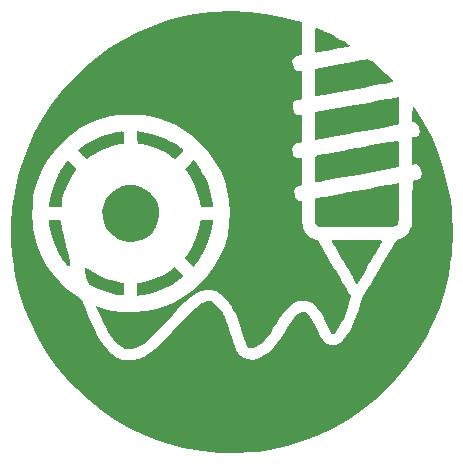
<source format=gbr>
%TF.GenerationSoftware,KiCad,Pcbnew,8.0.0*%
%TF.CreationDate,2025-03-28T23:26:52+01:00*%
%TF.ProjectId,pcb_art_hef,7063625f-6172-4745-9f68-65662e6b6963,rev?*%
%TF.SameCoordinates,Original*%
%TF.FileFunction,Soldermask,Bot*%
%TF.FilePolarity,Negative*%
%FSLAX46Y46*%
G04 Gerber Fmt 4.6, Leading zero omitted, Abs format (unit mm)*
G04 Created by KiCad (PCBNEW 8.0.0) date 2025-03-28 23:26:52*
%MOMM*%
%LPD*%
G01*
G04 APERTURE LIST*
%ADD10C,0.000000*%
G04 APERTURE END LIST*
D10*
%TO.C,G\u002A\u002A\u002A*%
G36*
X121635760Y-142918522D02*
G01*
X122013296Y-143297649D01*
X121669504Y-143551155D01*
X120957711Y-144011895D01*
X120189733Y-144390452D01*
X119386399Y-144678406D01*
X118568537Y-144867340D01*
X118323642Y-144903429D01*
X118033119Y-144940497D01*
X118033119Y-144412104D01*
X118033119Y-143883710D01*
X118240636Y-143849574D01*
X118958739Y-143693462D01*
X119643413Y-143470266D01*
X120272546Y-143188702D01*
X120824029Y-142857486D01*
X120905432Y-142799106D01*
X121258224Y-142539395D01*
X121635760Y-142918522D01*
G37*
G36*
X124425609Y-138801462D02*
G01*
X124269869Y-139612726D01*
X124015185Y-140414836D01*
X123670890Y-141185780D01*
X123246315Y-141903551D01*
X122925985Y-142338288D01*
X122807361Y-142485680D01*
X122434872Y-142110314D01*
X122062382Y-141734948D01*
X122321690Y-141382704D01*
X122659676Y-140846887D01*
X122949652Y-140229763D01*
X123182882Y-139553498D01*
X123350630Y-138840256D01*
X123371754Y-138718456D01*
X123405890Y-138510939D01*
X123934284Y-138510939D01*
X124462677Y-138510939D01*
X124425609Y-138801462D01*
G37*
G36*
X116856357Y-131033191D02*
G01*
X116910554Y-131087866D01*
X116928185Y-131202185D01*
X116927691Y-131388851D01*
X116926365Y-131538445D01*
X116926365Y-132076529D01*
X116629616Y-132111406D01*
X116181668Y-132194742D01*
X115688184Y-132338371D01*
X115183155Y-132528647D01*
X114700569Y-132751922D01*
X114274413Y-132994549D01*
X114061517Y-133142540D01*
X113906965Y-133255690D01*
X113786462Y-133335661D01*
X113727893Y-133364534D01*
X113672990Y-133327624D01*
X113560875Y-133228697D01*
X113411104Y-133085456D01*
X113327817Y-133002355D01*
X112969721Y-132640176D01*
X113108065Y-132530921D01*
X113702092Y-132115356D01*
X114360923Y-131748999D01*
X115054845Y-131445213D01*
X115754143Y-131217360D01*
X116289982Y-131099977D01*
X116564511Y-131051951D01*
X116747156Y-131025455D01*
X116856357Y-131033191D01*
G37*
G36*
X122861321Y-133520058D02*
G01*
X122965144Y-133642181D01*
X123098718Y-133822940D01*
X123249303Y-134043702D01*
X123404159Y-134285829D01*
X123550547Y-134530685D01*
X123668632Y-134745885D01*
X123978445Y-135419456D01*
X124209429Y-136102561D01*
X124373235Y-136832253D01*
X124421974Y-137141331D01*
X124459073Y-137404185D01*
X123929974Y-137404185D01*
X123703275Y-137402094D01*
X123525127Y-137396469D01*
X123419489Y-137388288D01*
X123400875Y-137382630D01*
X123391273Y-137322017D01*
X123365751Y-137179941D01*
X123329233Y-136983632D01*
X123317205Y-136920001D01*
X123125684Y-136178292D01*
X122840890Y-135456560D01*
X122475290Y-134784279D01*
X122308582Y-134534922D01*
X122059276Y-134183524D01*
X122410285Y-133829367D01*
X122569663Y-133672617D01*
X122700566Y-133551402D01*
X122783351Y-133483571D01*
X122799989Y-133475209D01*
X122861321Y-133520058D01*
G37*
G36*
X118404464Y-131059547D02*
G01*
X118821517Y-131123297D01*
X119294641Y-131236515D01*
X119786752Y-131388912D01*
X120260768Y-131570195D01*
X120290764Y-131583033D01*
X120495137Y-131680280D01*
X120740399Y-131810957D01*
X121006394Y-131962666D01*
X121272967Y-132123007D01*
X121519963Y-132279583D01*
X121727226Y-132419995D01*
X121874603Y-132531845D01*
X121938734Y-132596777D01*
X121915963Y-132653474D01*
X121834225Y-132765013D01*
X121713822Y-132909003D01*
X121575056Y-133063048D01*
X121438228Y-133204757D01*
X121323641Y-133311734D01*
X121251597Y-133361588D01*
X121244304Y-133362749D01*
X121188135Y-133331623D01*
X121068866Y-133251693D01*
X120912209Y-133140197D01*
X120910679Y-133139082D01*
X120365032Y-132795826D01*
X119748756Y-132502979D01*
X119095720Y-132274492D01*
X118451651Y-132126281D01*
X118060788Y-132060962D01*
X118044769Y-131542507D01*
X118028750Y-131024052D01*
X118404464Y-131059547D01*
G37*
G36*
X112216418Y-133511969D02*
G01*
X112325112Y-133610488D01*
X112472777Y-133753131D01*
X112555492Y-133835716D01*
X112734188Y-134024438D01*
X112835648Y-134154351D01*
X112868009Y-134237079D01*
X112858250Y-134268116D01*
X112674565Y-134528143D01*
X112479046Y-134834420D01*
X112292767Y-135151428D01*
X112136799Y-135443650D01*
X112050671Y-135629297D01*
X111955810Y-135880160D01*
X111859667Y-136174221D01*
X111769866Y-136483263D01*
X111694033Y-136779067D01*
X111639794Y-137033418D01*
X111614775Y-137218098D01*
X111613947Y-137245268D01*
X111613947Y-137404185D01*
X111070154Y-137404185D01*
X110526361Y-137404185D01*
X110548235Y-137224338D01*
X110700170Y-136396701D01*
X110949135Y-135579359D01*
X111284647Y-134805893D01*
X111331477Y-134715245D01*
X111458338Y-134486721D01*
X111603948Y-134244002D01*
X111755640Y-134005913D01*
X111900749Y-133791277D01*
X112026611Y-133618921D01*
X112120560Y-133507670D01*
X112165761Y-133475209D01*
X112216418Y-133511969D01*
G37*
G36*
X111239822Y-138516030D02*
G01*
X111412537Y-138529610D01*
X111512415Y-138549145D01*
X111525605Y-138557644D01*
X111547854Y-138627179D01*
X111587226Y-138782244D01*
X111638201Y-139000035D01*
X111695256Y-139257747D01*
X111696431Y-139263199D01*
X111755193Y-139528213D01*
X111833607Y-139870704D01*
X111924679Y-140260730D01*
X112021418Y-140668350D01*
X112116829Y-141063621D01*
X112119234Y-141073486D01*
X112211600Y-141454223D01*
X112279397Y-141742248D01*
X112324766Y-141952252D01*
X112349850Y-142098925D01*
X112356791Y-142196958D01*
X112347730Y-142261043D01*
X112324810Y-142305871D01*
X112302792Y-142332418D01*
X112214010Y-142413326D01*
X112160189Y-142439915D01*
X112110181Y-142397585D01*
X112014918Y-142284398D01*
X111891316Y-142121059D01*
X111832369Y-142038717D01*
X111409109Y-141366092D01*
X111063117Y-140665627D01*
X110801765Y-139955993D01*
X110632420Y-139255859D01*
X110579594Y-138865052D01*
X110546527Y-138510939D01*
X111021633Y-138510939D01*
X111239822Y-138516030D01*
G37*
G36*
X117852609Y-135576159D02*
G01*
X118359121Y-135715102D01*
X118804703Y-135945951D01*
X119192394Y-136270295D01*
X119205443Y-136283874D01*
X119537482Y-136697541D01*
X119762408Y-137132776D01*
X119882798Y-137596395D01*
X119901229Y-138095215D01*
X119899547Y-138120822D01*
X119810737Y-138632654D01*
X119624069Y-139101691D01*
X119347582Y-139516907D01*
X118989313Y-139867274D01*
X118557302Y-140141765D01*
X118362801Y-140228986D01*
X118020996Y-140325836D01*
X117630883Y-140373159D01*
X117236787Y-140369245D01*
X116883033Y-140312382D01*
X116804495Y-140289165D01*
X116395525Y-140120901D01*
X116047589Y-139898472D01*
X115719027Y-139595519D01*
X115407539Y-139190358D01*
X115196104Y-138745580D01*
X115086391Y-138272259D01*
X115080070Y-137781471D01*
X115178810Y-137284294D01*
X115316688Y-136926893D01*
X115568352Y-136511962D01*
X115897466Y-136159629D01*
X116287558Y-135878668D01*
X116722155Y-135677853D01*
X117184784Y-135565958D01*
X117658973Y-135551757D01*
X117852609Y-135576159D01*
G37*
G36*
X133235864Y-122266563D02*
G01*
X133412210Y-122336031D01*
X133649395Y-122442193D01*
X133932428Y-122577177D01*
X134246316Y-122733114D01*
X134576069Y-122902135D01*
X134906695Y-123076367D01*
X135223202Y-123247943D01*
X135510598Y-123408991D01*
X135753893Y-123551641D01*
X135938095Y-123668024D01*
X136048212Y-123750268D01*
X136073206Y-123783945D01*
X136021596Y-123801735D01*
X135878202Y-123835756D01*
X135660180Y-123882714D01*
X135384687Y-123939313D01*
X135068876Y-124002259D01*
X134729906Y-124068256D01*
X134384930Y-124134010D01*
X134051105Y-124196226D01*
X133745586Y-124251608D01*
X133485529Y-124296861D01*
X133288091Y-124328691D01*
X133170426Y-124343803D01*
X133154143Y-124344590D01*
X133128780Y-124318133D01*
X133109959Y-124231383D01*
X133096944Y-124073144D01*
X133088997Y-123832221D01*
X133085383Y-123497417D01*
X133084971Y-123293074D01*
X133087499Y-122953608D01*
X133094586Y-122663248D01*
X133105492Y-122437484D01*
X133119474Y-122291803D01*
X133135348Y-122241658D01*
X133235864Y-122266563D01*
G37*
G36*
X113830192Y-142632660D02*
G01*
X113983290Y-142734377D01*
X114057352Y-142786579D01*
X114701056Y-143180852D01*
X115406104Y-143499457D01*
X116142968Y-143729911D01*
X116442181Y-143795025D01*
X116649189Y-143833825D01*
X116809917Y-143863067D01*
X116897133Y-143877827D01*
X116904810Y-143878695D01*
X116914073Y-143930025D01*
X116921342Y-144067990D01*
X116925631Y-144268555D01*
X116926365Y-144404403D01*
X116927726Y-144640891D01*
X116919480Y-144796577D01*
X116883136Y-144884187D01*
X116800202Y-144916444D01*
X116652186Y-144906076D01*
X116420598Y-144865806D01*
X116289982Y-144842338D01*
X115794364Y-144730816D01*
X115261976Y-144569435D01*
X114744198Y-144375263D01*
X114365612Y-144203069D01*
X114172895Y-144103185D01*
X114032769Y-144014432D01*
X113930576Y-143915437D01*
X113851656Y-143784829D01*
X113781351Y-143601234D01*
X113705000Y-143343281D01*
X113657491Y-143170647D01*
X113598134Y-142945085D01*
X113568865Y-142800418D01*
X113567919Y-142711544D01*
X113593533Y-142653363D01*
X113619120Y-142624534D01*
X113671193Y-142586276D01*
X113733855Y-142586139D01*
X113830192Y-142632660D01*
G37*
G36*
X137677870Y-124940391D02*
G01*
X137864035Y-125059870D01*
X138114923Y-125257173D01*
X138163300Y-125297907D01*
X138378580Y-125485376D01*
X138615332Y-125699363D01*
X138859768Y-125926488D01*
X139098096Y-126153374D01*
X139316528Y-126366643D01*
X139501273Y-126552918D01*
X139638542Y-126698821D01*
X139714544Y-126790974D01*
X139725275Y-126813206D01*
X139672707Y-126828932D01*
X139522669Y-126862327D01*
X139286579Y-126911246D01*
X138975854Y-126973543D01*
X138601911Y-127047070D01*
X138176167Y-127129681D01*
X137710039Y-127219229D01*
X137214944Y-127313568D01*
X136702300Y-127410551D01*
X136183525Y-127508032D01*
X135670034Y-127603864D01*
X135173245Y-127695901D01*
X134704576Y-127781995D01*
X134275443Y-127860001D01*
X133897264Y-127927771D01*
X133581456Y-127983159D01*
X133339436Y-128024019D01*
X133182621Y-128048204D01*
X133125374Y-128054077D01*
X133113451Y-128000832D01*
X133104208Y-127853052D01*
X133098024Y-127626852D01*
X133095279Y-127338347D01*
X133096352Y-127003653D01*
X133097705Y-126878150D01*
X133112640Y-125704184D01*
X135270810Y-125304597D01*
X135749709Y-125216440D01*
X136198307Y-125134843D01*
X136604083Y-125062008D01*
X136954520Y-125000142D01*
X137237098Y-124951446D01*
X137439300Y-124918127D01*
X137548606Y-124902387D01*
X137560542Y-124901438D01*
X137677870Y-124940391D01*
G37*
G36*
X137189975Y-140226952D02*
G01*
X137645944Y-140228799D01*
X138009581Y-140232271D01*
X138290054Y-140237688D01*
X138496532Y-140245374D01*
X138638186Y-140255648D01*
X138724183Y-140268833D01*
X138763694Y-140285251D01*
X138767857Y-140301296D01*
X138736249Y-140360451D01*
X138656788Y-140502181D01*
X138536907Y-140713566D01*
X138384037Y-140981686D01*
X138205612Y-141293621D01*
X138009063Y-141636452D01*
X137801822Y-141997259D01*
X137591323Y-142363122D01*
X137384996Y-142721122D01*
X137190275Y-143058339D01*
X137014592Y-143361853D01*
X136865379Y-143618744D01*
X136750068Y-143816094D01*
X136676092Y-143940981D01*
X136651420Y-143980337D01*
X136614608Y-143953668D01*
X136554051Y-143869662D01*
X136501238Y-143781801D01*
X136404235Y-143616571D01*
X136270410Y-143386777D01*
X136107133Y-143105226D01*
X135921774Y-142784724D01*
X135721702Y-142438076D01*
X135514285Y-142078087D01*
X135306895Y-141717565D01*
X135106899Y-141369314D01*
X134921668Y-141046141D01*
X134758570Y-140760851D01*
X134624975Y-140526250D01*
X134528253Y-140355144D01*
X134475772Y-140260338D01*
X134468413Y-140245439D01*
X134521776Y-140241243D01*
X134673968Y-140237367D01*
X134913140Y-140233916D01*
X135227446Y-140230994D01*
X135605039Y-140228704D01*
X136034072Y-140227152D01*
X136502697Y-140226442D01*
X136632504Y-140226408D01*
X137189975Y-140226952D01*
G37*
G36*
X140168195Y-129269874D02*
G01*
X140167933Y-129655702D01*
X140166145Y-129945163D01*
X140161334Y-130152565D01*
X140152001Y-130292214D01*
X140136646Y-130378420D01*
X140113772Y-130425490D01*
X140081879Y-130447733D01*
X140043686Y-130458474D01*
X139968228Y-130473346D01*
X139793644Y-130506238D01*
X139529697Y-130555350D01*
X139186147Y-130618885D01*
X138772756Y-130695044D01*
X138299285Y-130782029D01*
X137775496Y-130878043D01*
X137211150Y-130981287D01*
X136616009Y-131089963D01*
X136571246Y-131098129D01*
X135976123Y-131206867D01*
X135412574Y-131310184D01*
X134890156Y-131406305D01*
X134418426Y-131493454D01*
X134006943Y-131569857D01*
X133665265Y-131633738D01*
X133402948Y-131683322D01*
X133229550Y-131716835D01*
X133154630Y-131732501D01*
X133153046Y-131732974D01*
X133129207Y-131719775D01*
X133111896Y-131653890D01*
X133100570Y-131524003D01*
X133094683Y-131318799D01*
X133093690Y-131026959D01*
X133097046Y-130637170D01*
X133097709Y-130583783D01*
X133112640Y-129410457D01*
X136460570Y-128796310D01*
X137059497Y-128686395D01*
X137629889Y-128581624D01*
X138161778Y-128483836D01*
X138645194Y-128394866D01*
X139070169Y-128316553D01*
X139426734Y-128250733D01*
X139704918Y-128199243D01*
X139894754Y-128163921D01*
X139986273Y-128146604D01*
X139988348Y-128146192D01*
X140168195Y-128110220D01*
X140168195Y-129269874D01*
G37*
G36*
X140166436Y-137107504D02*
G01*
X140165588Y-137602803D01*
X140163117Y-137999445D01*
X140157434Y-138309448D01*
X140146951Y-138544830D01*
X140130079Y-138717610D01*
X140105229Y-138839804D01*
X140070813Y-138923432D01*
X140025242Y-138980512D01*
X139966928Y-139023061D01*
X139908979Y-139055277D01*
X139846086Y-139070181D01*
X139714032Y-139082903D01*
X139507467Y-139093548D01*
X139221044Y-139102220D01*
X138849411Y-139109021D01*
X138387221Y-139114058D01*
X137829123Y-139117433D01*
X137169770Y-139119250D01*
X136598296Y-139119654D01*
X133408484Y-139119654D01*
X133246727Y-138957898D01*
X133084971Y-138796141D01*
X133084971Y-137740468D01*
X133086740Y-137412361D01*
X133091665Y-137125810D01*
X133099176Y-136897776D01*
X133108700Y-136745220D01*
X133119667Y-136685105D01*
X133120531Y-136684795D01*
X133179848Y-136675075D01*
X133338562Y-136647059D01*
X133587220Y-136602461D01*
X133916366Y-136542998D01*
X134316547Y-136470385D01*
X134778309Y-136386339D01*
X135292199Y-136292574D01*
X135848761Y-136190806D01*
X136438542Y-136082751D01*
X136482296Y-136074727D01*
X137079266Y-135965243D01*
X137647703Y-135861008D01*
X138177602Y-135763856D01*
X138658957Y-135675619D01*
X139081762Y-135598133D01*
X139436013Y-135533230D01*
X139711703Y-135482745D01*
X139898827Y-135448510D01*
X139987379Y-135432360D01*
X139988348Y-135432185D01*
X140168195Y-135399711D01*
X140166436Y-137107504D01*
G37*
G36*
X140123156Y-131801902D02*
G01*
X140141348Y-131874332D01*
X140154272Y-132014518D01*
X140162604Y-132233424D01*
X140167017Y-132542012D01*
X140168195Y-132910946D01*
X140168195Y-134058677D01*
X136723424Y-134689556D01*
X136118758Y-134800401D01*
X135544866Y-134905810D01*
X135011256Y-135004022D01*
X134527437Y-135093278D01*
X134102918Y-135171818D01*
X133747205Y-135237882D01*
X133469809Y-135289711D01*
X133280235Y-135325545D01*
X133187994Y-135343624D01*
X133181812Y-135345018D01*
X133149240Y-135346333D01*
X133124890Y-135322379D01*
X133107578Y-135259541D01*
X133096119Y-135144201D01*
X133089327Y-134962746D01*
X133086017Y-134701559D01*
X133085004Y-134347024D01*
X133084971Y-134232451D01*
X133085684Y-133848213D01*
X133088614Y-133560380D01*
X133094946Y-133354689D01*
X133105864Y-133216876D01*
X133122555Y-133132675D01*
X133146203Y-133087822D01*
X133177993Y-133068054D01*
X133181812Y-133066864D01*
X133252181Y-133052141D01*
X133421834Y-133019451D01*
X133681154Y-132970574D01*
X134020526Y-132907290D01*
X134430335Y-132831381D01*
X134900963Y-132744627D01*
X135422796Y-132648808D01*
X135986217Y-132545706D01*
X136581612Y-132437100D01*
X136654252Y-132423872D01*
X137251844Y-132314912D01*
X137817853Y-132211391D01*
X138342768Y-132115070D01*
X138817076Y-132027711D01*
X139231263Y-131951073D01*
X139575816Y-131886919D01*
X139841223Y-131837008D01*
X140017971Y-131803101D01*
X140096546Y-131786959D01*
X140099023Y-131786267D01*
X140123156Y-131801902D01*
G37*
G36*
X127482982Y-120899304D02*
G01*
X128862118Y-121051482D01*
X130209495Y-121301806D01*
X131512443Y-121648368D01*
X131618522Y-121681501D01*
X131950548Y-121786429D01*
X131965330Y-123174843D01*
X131980112Y-124563257D01*
X131826986Y-124596049D01*
X131525849Y-124679376D01*
X131322932Y-124786972D01*
X131206260Y-124932841D01*
X131163854Y-125130986D01*
X131177812Y-125355049D01*
X131255842Y-125633149D01*
X131399009Y-125827040D01*
X131602344Y-125931582D01*
X131752610Y-125949283D01*
X131978217Y-125949283D01*
X131978217Y-127105454D01*
X131977856Y-127503076D01*
X131974670Y-127803609D01*
X131965504Y-128020640D01*
X131947206Y-128167757D01*
X131916622Y-128258546D01*
X131870598Y-128306594D01*
X131805980Y-128325487D01*
X131719614Y-128328813D01*
X131694255Y-128328804D01*
X131512407Y-128370329D01*
X131336986Y-128474995D01*
X131214384Y-128612936D01*
X131197663Y-128648487D01*
X131170667Y-128797320D01*
X131171048Y-128994999D01*
X131179071Y-129071826D01*
X131257426Y-129345433D01*
X131402352Y-129536991D01*
X131607583Y-129640122D01*
X131753732Y-129656909D01*
X131980463Y-129656909D01*
X131965506Y-130805166D01*
X131950548Y-131953423D01*
X131812204Y-131970342D01*
X131513748Y-132036978D01*
X131310267Y-132156219D01*
X131196066Y-132334682D01*
X131165453Y-132578982D01*
X131176930Y-132708545D01*
X131253216Y-132995330D01*
X131390296Y-133190095D01*
X131587754Y-133292391D01*
X131735263Y-133309196D01*
X131980509Y-133309196D01*
X131965529Y-134422421D01*
X131950548Y-135535646D01*
X131701529Y-135627588D01*
X131492973Y-135737140D01*
X131372156Y-135889041D01*
X131329706Y-136101223D01*
X131343825Y-136311911D01*
X131413318Y-136557792D01*
X131537262Y-136752615D01*
X131697890Y-136874910D01*
X131835616Y-136906146D01*
X131978217Y-136906146D01*
X131980646Y-137943728D01*
X131985411Y-138392329D01*
X131997677Y-138738411D01*
X132017932Y-138989905D01*
X132046664Y-139154746D01*
X132057170Y-139188938D01*
X132218070Y-139499394D01*
X132457316Y-139783289D01*
X132746963Y-140014409D01*
X133059066Y-140166541D01*
X133118205Y-140184248D01*
X133345535Y-140245050D01*
X134634438Y-142479423D01*
X134899186Y-142935951D01*
X135150376Y-143364457D01*
X135382019Y-143755054D01*
X135588129Y-144097857D01*
X135762716Y-144382977D01*
X135899792Y-144600529D01*
X135993369Y-144740624D01*
X136035224Y-144792161D01*
X136096043Y-144843842D01*
X136120426Y-144908085D01*
X136111631Y-145017049D01*
X136075609Y-145190842D01*
X135972572Y-145583517D01*
X135834467Y-146009038D01*
X135670672Y-146445834D01*
X135490566Y-146872330D01*
X135303526Y-147266956D01*
X135118930Y-147608137D01*
X134946156Y-147874303D01*
X134865668Y-147974151D01*
X134771783Y-148076123D01*
X134692123Y-148145809D01*
X134619489Y-148175300D01*
X134546681Y-148156688D01*
X134466500Y-148082062D01*
X134371745Y-147943514D01*
X134255217Y-147733135D01*
X134109717Y-147443013D01*
X133928044Y-147065242D01*
X133807413Y-146811593D01*
X133543271Y-146321188D01*
X133264666Y-145936358D01*
X132965828Y-145652341D01*
X132640987Y-145464379D01*
X132284372Y-145367712D01*
X132037376Y-145351556D01*
X131667946Y-145400070D01*
X131311617Y-145544645D01*
X130964014Y-145788595D01*
X130620761Y-146135230D01*
X130277484Y-146587865D01*
X130152073Y-146778949D01*
X129829596Y-147284495D01*
X129556309Y-147705089D01*
X129324525Y-148050720D01*
X129126561Y-148331380D01*
X128954730Y-148557059D01*
X128801347Y-148737748D01*
X128658727Y-148883437D01*
X128519183Y-149004118D01*
X128375031Y-149109780D01*
X128341952Y-149131991D01*
X128077394Y-149278808D01*
X127819918Y-149370980D01*
X127599044Y-149399279D01*
X127520096Y-149388878D01*
X127419997Y-149324172D01*
X127315017Y-149175512D01*
X127202398Y-148936857D01*
X127079383Y-148602169D01*
X126943216Y-148165407D01*
X126911339Y-148055438D01*
X126727328Y-147448236D01*
X126547906Y-146933099D01*
X126365199Y-146492120D01*
X126171331Y-146107393D01*
X125958425Y-145761011D01*
X125811744Y-145555444D01*
X125435913Y-145115811D01*
X125051601Y-144786166D01*
X124657800Y-144566072D01*
X124253504Y-144455095D01*
X123837704Y-144452799D01*
X123462490Y-144539994D01*
X123240705Y-144623753D01*
X123025483Y-144725536D01*
X122808618Y-144852563D01*
X122581903Y-145012050D01*
X122337132Y-145211215D01*
X122066098Y-145457278D01*
X121760596Y-145757455D01*
X121412418Y-146118966D01*
X121013359Y-146549027D01*
X120555212Y-147054858D01*
X120376559Y-147254294D01*
X119859520Y-147817353D01*
X119393494Y-148290184D01*
X118971725Y-148676965D01*
X118587460Y-148981873D01*
X118233946Y-149209084D01*
X117904429Y-149362778D01*
X117592156Y-149447129D01*
X117290373Y-149466317D01*
X116992326Y-149424517D01*
X116905117Y-149401436D01*
X116699390Y-149300528D01*
X116461127Y-149115949D01*
X116205713Y-148863792D01*
X115948533Y-148560148D01*
X115704972Y-148221110D01*
X115570957Y-148006001D01*
X115361653Y-147626652D01*
X115137346Y-147181347D01*
X114916841Y-146709515D01*
X114718940Y-146250584D01*
X114641809Y-146057595D01*
X114553259Y-145829306D01*
X114978428Y-145964322D01*
X115863354Y-146188939D01*
X116781740Y-146314601D01*
X117716002Y-146340556D01*
X118648553Y-146266051D01*
X119308926Y-146149808D01*
X120219138Y-145895349D01*
X121086727Y-145539080D01*
X121909488Y-145082225D01*
X122685216Y-144526006D01*
X123402771Y-143880591D01*
X124055890Y-143153461D01*
X124610852Y-142377120D01*
X125066433Y-141553774D01*
X125421413Y-140685628D01*
X125671988Y-139786746D01*
X125824871Y-138830605D01*
X125867546Y-137871732D01*
X125800255Y-136914449D01*
X125623238Y-135963079D01*
X125418452Y-135255548D01*
X125076806Y-134405741D01*
X124638613Y-133598331D01*
X124112500Y-132841932D01*
X123507096Y-132145161D01*
X122831029Y-131516633D01*
X122092929Y-130964963D01*
X121301424Y-130498769D01*
X120465143Y-130126664D01*
X120181105Y-130026082D01*
X119746651Y-129889820D01*
X119355528Y-129787429D01*
X118978729Y-129714674D01*
X118587251Y-129667321D01*
X118152089Y-129641136D01*
X117644239Y-129631887D01*
X117479742Y-129631767D01*
X117062301Y-129634490D01*
X116731944Y-129641727D01*
X116465114Y-129655209D01*
X116238255Y-129676669D01*
X116027809Y-129707839D01*
X115810221Y-129750449D01*
X115781517Y-129756630D01*
X114864302Y-130005012D01*
X114009479Y-130340564D01*
X113208080Y-130768213D01*
X112451137Y-131292884D01*
X111729681Y-131919503D01*
X111584265Y-132062085D01*
X110935975Y-132777328D01*
X110390650Y-133526207D01*
X109943365Y-134317689D01*
X109589194Y-135160742D01*
X109323211Y-136064335D01*
X109278810Y-136259337D01*
X109234656Y-136479458D01*
X109202159Y-136689510D01*
X109179587Y-136913048D01*
X109165207Y-137173629D01*
X109157289Y-137494810D01*
X109154098Y-137900147D01*
X109153947Y-137957562D01*
X109154515Y-138365014D01*
X109159408Y-138685133D01*
X109170339Y-138941233D01*
X109189020Y-139156625D01*
X109217164Y-139354622D01*
X109256486Y-139558536D01*
X109279270Y-139662847D01*
X109543141Y-140618980D01*
X109892410Y-141506954D01*
X110329738Y-142330683D01*
X110857790Y-143094080D01*
X111479230Y-143801059D01*
X112196719Y-144455534D01*
X112901409Y-144985449D01*
X113342561Y-145289806D01*
X113578515Y-145926190D01*
X113950656Y-146864502D01*
X114330640Y-147693299D01*
X114718370Y-148412431D01*
X115113745Y-149021747D01*
X115516667Y-149521097D01*
X115927038Y-149910332D01*
X116344757Y-150189301D01*
X116408027Y-150221618D01*
X116562585Y-150292968D01*
X116697776Y-150339140D01*
X116845148Y-150365492D01*
X117036248Y-150377384D01*
X117302623Y-150380173D01*
X117341398Y-150380150D01*
X117627942Y-150376618D01*
X117837532Y-150363328D01*
X118003798Y-150335043D01*
X118160369Y-150286527D01*
X118297416Y-150231262D01*
X118603633Y-150085233D01*
X118909849Y-149905741D01*
X119225265Y-149684847D01*
X119559080Y-149414613D01*
X119920491Y-149087100D01*
X120318699Y-148694368D01*
X120762903Y-148228478D01*
X121262301Y-147681492D01*
X121298043Y-147641658D01*
X121798676Y-147092291D01*
X122240206Y-146628182D01*
X122628164Y-146244745D01*
X122968081Y-145937398D01*
X123265487Y-145701554D01*
X123525912Y-145532631D01*
X123754889Y-145426043D01*
X123957947Y-145377207D01*
X124035263Y-145372813D01*
X124260204Y-145422611D01*
X124508599Y-145563345D01*
X124765848Y-145782023D01*
X125017351Y-146065653D01*
X125248508Y-146401242D01*
X125310104Y-146507236D01*
X125445189Y-146766441D01*
X125571634Y-147048454D01*
X125697206Y-147373649D01*
X125829672Y-147762398D01*
X125976798Y-148235075D01*
X126006253Y-148333379D01*
X126156220Y-148816794D01*
X126291955Y-149205114D01*
X126421134Y-149511731D01*
X126551434Y-149750035D01*
X126690531Y-149933418D01*
X126846101Y-150075271D01*
X127025821Y-150188983D01*
X127088258Y-150220918D01*
X127423001Y-150331907D01*
X127779386Y-150344540D01*
X128166376Y-150258143D01*
X128511129Y-150113770D01*
X128797474Y-149955185D01*
X129065589Y-149767346D01*
X129325826Y-149538937D01*
X129588534Y-149258645D01*
X129864064Y-148915155D01*
X130162765Y-148497154D01*
X130494989Y-147993327D01*
X130595425Y-147835340D01*
X130872601Y-147403412D01*
X131105373Y-147059105D01*
X131302804Y-146793139D01*
X131473960Y-146596231D01*
X131627903Y-146459101D01*
X131773699Y-146372467D01*
X131920410Y-146327048D01*
X132077102Y-146313562D01*
X132081590Y-146313554D01*
X132238364Y-146328279D01*
X132365046Y-146387176D01*
X132507764Y-146512324D01*
X132517760Y-146522337D01*
X132597572Y-146607166D01*
X132670859Y-146698851D01*
X132745819Y-146812187D01*
X132830654Y-146961972D01*
X132933563Y-147163001D01*
X133062746Y-147430070D01*
X133226403Y-147777976D01*
X133293975Y-147922930D01*
X133513596Y-148352109D01*
X133728772Y-148679622D01*
X133948138Y-148913705D01*
X134180327Y-149062592D01*
X134433973Y-149134518D01*
X134574435Y-149144220D01*
X134880348Y-149099941D01*
X135174265Y-148960075D01*
X135459625Y-148721358D01*
X135739868Y-148380526D01*
X136018433Y-147934312D01*
X136186521Y-147613989D01*
X136335101Y-147292812D01*
X136490323Y-146920123D01*
X136643039Y-146521656D01*
X136784098Y-146123143D01*
X136904350Y-145750320D01*
X136994646Y-145428918D01*
X137042428Y-145206800D01*
X137143123Y-144922281D01*
X137256959Y-144764098D01*
X137320620Y-144676264D01*
X137432546Y-144503087D01*
X137586213Y-144255384D01*
X137775098Y-143943975D01*
X137992677Y-143579679D01*
X138232426Y-143173314D01*
X138487822Y-142735699D01*
X138669822Y-142421067D01*
X138928189Y-141975465D01*
X139172187Y-141559789D01*
X139395841Y-141183850D01*
X139593176Y-140857458D01*
X139758218Y-140590423D01*
X139884992Y-140392555D01*
X139967521Y-140273664D01*
X139996888Y-140242191D01*
X140412934Y-140068332D01*
X140740937Y-139848829D01*
X140999054Y-139569207D01*
X141152923Y-139320430D01*
X141302618Y-139036647D01*
X141320275Y-137116178D01*
X141324496Y-136601589D01*
X141328118Y-136186601D01*
X141333245Y-135860171D01*
X141341981Y-135611258D01*
X141356432Y-135428820D01*
X141378701Y-135301815D01*
X141410895Y-135219202D01*
X141455117Y-135169938D01*
X141513472Y-135142982D01*
X141588065Y-135127292D01*
X141681000Y-135111826D01*
X141703142Y-135107554D01*
X141899243Y-135016283D01*
X142041775Y-134850443D01*
X142103924Y-134642858D01*
X142104706Y-134616004D01*
X142069859Y-134317982D01*
X141973526Y-134076991D01*
X141826293Y-133907232D01*
X141638746Y-133822904D01*
X141510769Y-133819279D01*
X141330287Y-133840350D01*
X141330287Y-132689370D01*
X141330287Y-131538390D01*
X141464385Y-131538390D01*
X141591753Y-131503546D01*
X141740333Y-131417075D01*
X141775469Y-131389467D01*
X141873538Y-131299987D01*
X141923069Y-131218392D01*
X141935889Y-131106179D01*
X141923823Y-130924843D01*
X141922539Y-130910624D01*
X141863773Y-130607453D01*
X141748027Y-130394411D01*
X141570728Y-130264147D01*
X141505629Y-130240345D01*
X141330287Y-130187398D01*
X141330287Y-129507121D01*
X141332519Y-129247414D01*
X141338609Y-129033430D01*
X141347646Y-128886297D01*
X141358720Y-128827144D01*
X141359594Y-128826843D01*
X141401356Y-128871375D01*
X141489014Y-128993401D01*
X141611427Y-129175569D01*
X141757458Y-129400526D01*
X141915965Y-129650919D01*
X142075811Y-129909394D01*
X142225854Y-130158600D01*
X142336483Y-130348630D01*
X142952753Y-131536880D01*
X143486132Y-132790797D01*
X143932897Y-134098704D01*
X144289323Y-135448927D01*
X144551685Y-136829790D01*
X144657650Y-137625536D01*
X144691304Y-138023128D01*
X144714237Y-138503929D01*
X144726636Y-139041013D01*
X144728688Y-139607452D01*
X144720582Y-140176320D01*
X144702503Y-140720689D01*
X144674639Y-141213633D01*
X144637177Y-141628224D01*
X144629378Y-141692856D01*
X144391184Y-143158499D01*
X144053903Y-144575597D01*
X143618001Y-145943194D01*
X143083941Y-147260329D01*
X142452191Y-148526046D01*
X141723214Y-149739383D01*
X140897477Y-150899384D01*
X139975444Y-152005089D01*
X139256992Y-152762263D01*
X138191115Y-153752109D01*
X137068761Y-154646994D01*
X135891759Y-155446030D01*
X134661935Y-156148328D01*
X133381117Y-156753000D01*
X132051132Y-157259160D01*
X130673807Y-157665918D01*
X129250970Y-157972386D01*
X128215254Y-158128471D01*
X127949284Y-158155216D01*
X127607255Y-158179999D01*
X127212228Y-158202065D01*
X126787261Y-158220657D01*
X126355416Y-158235017D01*
X125939752Y-158244389D01*
X125563328Y-158248017D01*
X125249204Y-158245143D01*
X125020440Y-158235011D01*
X125005668Y-158233791D01*
X124266072Y-158163750D01*
X123612196Y-158088404D01*
X123019093Y-158003730D01*
X122461814Y-157905706D01*
X121915413Y-157790308D01*
X121354940Y-157653514D01*
X121270374Y-157631494D01*
X119907967Y-157218335D01*
X118595013Y-156708700D01*
X117335200Y-156106884D01*
X116132220Y-155417182D01*
X114989763Y-154643890D01*
X113911518Y-153791302D01*
X112901176Y-152863713D01*
X111962427Y-151865419D01*
X111098961Y-150800715D01*
X110314468Y-149673896D01*
X109612638Y-148489257D01*
X108997161Y-147251094D01*
X108471727Y-145963701D01*
X108040027Y-144631374D01*
X107705751Y-143258407D01*
X107472588Y-141849097D01*
X107434374Y-141526843D01*
X107340912Y-140199679D01*
X107347080Y-138845588D01*
X107451069Y-137481901D01*
X107651068Y-136125949D01*
X107945265Y-134795063D01*
X108245177Y-133766363D01*
X108733946Y-132436537D01*
X109317616Y-131157810D01*
X109991512Y-129934228D01*
X110750961Y-128769836D01*
X111591289Y-127668679D01*
X112507823Y-126634802D01*
X113495887Y-125672252D01*
X114550809Y-124785073D01*
X115667914Y-123977311D01*
X116842530Y-123253011D01*
X118069981Y-122616219D01*
X119345594Y-122070980D01*
X120664695Y-121621340D01*
X122022611Y-121271343D01*
X122869713Y-121108216D01*
X123568366Y-121000932D01*
X124218116Y-120924712D01*
X124861314Y-120876115D01*
X125540310Y-120851705D01*
X126084753Y-120847183D01*
X127482982Y-120899304D01*
G37*
%TD*%
M02*

</source>
